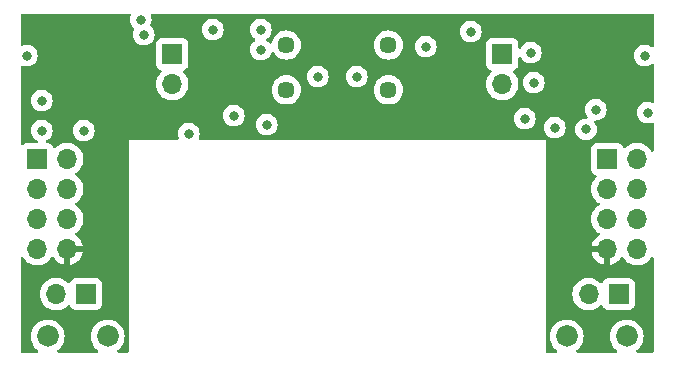
<source format=gbr>
%TF.GenerationSoftware,KiCad,Pcbnew,8.0.4*%
%TF.CreationDate,2024-08-21T15:04:29-06:00*%
%TF.ProjectId,Breadboard Power Supply,42726561-6462-46f6-9172-6420506f7765,v1*%
%TF.SameCoordinates,Original*%
%TF.FileFunction,Copper,L4,Inr*%
%TF.FilePolarity,Positive*%
%FSLAX46Y46*%
G04 Gerber Fmt 4.6, Leading zero omitted, Abs format (unit mm)*
G04 Created by KiCad (PCBNEW 8.0.4) date 2024-08-21 15:04:29*
%MOMM*%
%LPD*%
G01*
G04 APERTURE LIST*
%TA.AperFunction,ComponentPad*%
%ADD10C,1.450000*%
%TD*%
%TA.AperFunction,ComponentPad*%
%ADD11R,1.700000X1.700000*%
%TD*%
%TA.AperFunction,ComponentPad*%
%ADD12O,1.700000X1.700000*%
%TD*%
%TA.AperFunction,ComponentPad*%
%ADD13C,1.830000*%
%TD*%
%TA.AperFunction,ViaPad*%
%ADD14C,0.800000*%
%TD*%
G04 APERTURE END LIST*
D10*
%TO.N,GND*%
%TO.C,J1*%
X132592000Y-77974000D03*
X123952000Y-77974000D03*
X132592000Y-81774000D03*
X123952000Y-81774000D03*
%TD*%
D11*
%TO.N,+1V8*%
%TO.C,J4*%
X151130000Y-87630000D03*
D12*
%TO.N,/TOP_POWER_RAIL*%
X153670000Y-87630000D03*
%TO.N,+3.3V*%
X151130000Y-90170000D03*
%TO.N,/TOP_POWER_RAIL*%
X153670000Y-90170000D03*
%TO.N,VBUS*%
X151130000Y-92710000D03*
%TO.N,/TOP_POWER_RAIL*%
X153670000Y-92710000D03*
%TO.N,+12V*%
X151130000Y-95250000D03*
%TO.N,/TOP_POWER_RAIL*%
X153670000Y-95250000D03*
%TD*%
D11*
%TO.N,/BOTTOM_POWER_RAIL*%
%TO.C,J5*%
X102870000Y-87630000D03*
D12*
%TO.N,+1V8*%
X105410000Y-87630000D03*
%TO.N,/BOTTOM_POWER_RAIL*%
X102870000Y-90170000D03*
%TO.N,+3.3V*%
X105410000Y-90170000D03*
%TO.N,/BOTTOM_POWER_RAIL*%
X102870000Y-92710000D03*
%TO.N,VBUS*%
X105410000Y-92710000D03*
%TO.N,/BOTTOM_POWER_RAIL*%
X102870000Y-95250000D03*
%TO.N,+12V*%
X105410000Y-95250000D03*
%TD*%
D13*
%TO.N,GND*%
%TO.C,TP1*%
X103759000Y-102638000D03*
X108839000Y-102638000D03*
%TD*%
%TO.N,GND*%
%TO.C,TP4*%
X147701000Y-102638000D03*
X152781000Y-102638000D03*
%TD*%
D11*
%TO.N,GND*%
%TO.C,J10*%
X114300000Y-78740000D03*
D12*
X114300000Y-81280000D03*
%TD*%
D11*
%TO.N,/TOP_POWER_RAIL*%
%TO.C,J8*%
X152082500Y-99060000D03*
D12*
%TO.N,GND*%
X149542500Y-99060000D03*
%TD*%
D11*
%TO.N,GND*%
%TO.C,J11*%
X142240000Y-78740000D03*
D12*
X142240000Y-81280000D03*
%TD*%
D11*
%TO.N,/BOTTOM_POWER_RAIL*%
%TO.C,J9*%
X106997500Y-99060000D03*
D12*
%TO.N,GND*%
X104457500Y-99060000D03*
%TD*%
D14*
%TO.N,+1V8*%
X101981000Y-78867000D03*
X103251000Y-82677000D03*
%TO.N,GND*%
X154559000Y-83693000D03*
X139573000Y-76835000D03*
X149328930Y-85113070D03*
X144145000Y-84201000D03*
X119507000Y-83947000D03*
X103251000Y-85217000D03*
X106807000Y-85217000D03*
X117729000Y-76667000D03*
X115697000Y-85471000D03*
%TO.N,+3.3V*%
X154305000Y-78867000D03*
X144653000Y-78613000D03*
X146685000Y-84963000D03*
%TO.N,+1V8*%
X111887000Y-77089000D03*
%TO.N,+12V*%
X115443000Y-83693000D03*
X116459000Y-79121000D03*
X122301000Y-80645000D03*
%TO.N,VBUS*%
X126619000Y-80645000D03*
X121793000Y-76667000D03*
X129921000Y-80645000D03*
X144907000Y-81153000D03*
X111633000Y-75819000D03*
X150155000Y-83439000D03*
X122301000Y-84709000D03*
X135763000Y-78105000D03*
X121793000Y-78359000D03*
%TD*%
%TA.AperFunction,Conductor*%
%TO.N,+12V*%
G36*
X110739174Y-75330685D02*
G01*
X110784929Y-75383489D01*
X110794873Y-75452647D01*
X110790066Y-75473317D01*
X110739458Y-75629072D01*
X110719496Y-75819000D01*
X110739458Y-76008928D01*
X110739459Y-76008931D01*
X110798470Y-76190549D01*
X110798471Y-76190551D01*
X110798473Y-76190556D01*
X110893960Y-76355944D01*
X110929257Y-76395145D01*
X111021741Y-76497861D01*
X111021748Y-76497867D01*
X111042376Y-76512854D01*
X111085042Y-76568184D01*
X111091021Y-76637797D01*
X111076878Y-76675172D01*
X111052473Y-76717442D01*
X110993459Y-76899068D01*
X110993458Y-76899072D01*
X110973496Y-77089000D01*
X110993458Y-77278928D01*
X110993459Y-77278931D01*
X111052470Y-77460549D01*
X111052473Y-77460556D01*
X111147960Y-77625944D01*
X111275747Y-77767866D01*
X111430248Y-77880118D01*
X111604712Y-77957794D01*
X111791513Y-77997500D01*
X111982487Y-77997500D01*
X112169288Y-77957794D01*
X112343752Y-77880118D01*
X112498253Y-77767866D01*
X112626040Y-77625944D01*
X112721527Y-77460556D01*
X112780542Y-77278928D01*
X112800504Y-77089000D01*
X112780542Y-76899072D01*
X112721527Y-76717444D01*
X112692403Y-76667000D01*
X116815496Y-76667000D01*
X116835458Y-76856928D01*
X116835459Y-76856931D01*
X116894470Y-77038549D01*
X116894473Y-77038556D01*
X116989960Y-77203944D01*
X117117747Y-77345866D01*
X117272248Y-77458118D01*
X117446712Y-77535794D01*
X117633513Y-77575500D01*
X117824487Y-77575500D01*
X118011288Y-77535794D01*
X118185752Y-77458118D01*
X118340253Y-77345866D01*
X118468040Y-77203944D01*
X118563527Y-77038556D01*
X118622542Y-76856928D01*
X118642504Y-76667000D01*
X120879496Y-76667000D01*
X120899458Y-76856928D01*
X120899459Y-76856931D01*
X120958470Y-77038549D01*
X120958473Y-77038556D01*
X121053960Y-77203944D01*
X121181747Y-77345866D01*
X121273711Y-77412682D01*
X121316376Y-77468012D01*
X121322355Y-77537626D01*
X121289749Y-77599421D01*
X121273711Y-77613318D01*
X121181745Y-77680135D01*
X121053959Y-77822057D01*
X120958473Y-77987443D01*
X120958470Y-77987450D01*
X120899459Y-78169068D01*
X120899458Y-78169072D01*
X120879496Y-78359000D01*
X120899458Y-78548928D01*
X120899459Y-78548931D01*
X120958470Y-78730549D01*
X120958473Y-78730556D01*
X121053960Y-78895944D01*
X121181747Y-79037866D01*
X121336248Y-79150118D01*
X121510712Y-79227794D01*
X121697513Y-79267500D01*
X121888487Y-79267500D01*
X122075288Y-79227794D01*
X122249752Y-79150118D01*
X122404253Y-79037866D01*
X122532040Y-78895944D01*
X122627527Y-78730556D01*
X122661098Y-78627234D01*
X122700535Y-78569560D01*
X122764894Y-78542361D01*
X122833740Y-78554275D01*
X122880602Y-78594427D01*
X123003475Y-78769907D01*
X123156093Y-78922525D01*
X123332894Y-79046323D01*
X123528507Y-79137539D01*
X123528513Y-79137540D01*
X123528514Y-79137541D01*
X123578690Y-79150985D01*
X123736987Y-79193401D01*
X123890567Y-79206837D01*
X123951998Y-79212212D01*
X123952000Y-79212212D01*
X123952002Y-79212212D01*
X124005753Y-79207509D01*
X124167013Y-79193401D01*
X124375493Y-79137539D01*
X124571106Y-79046323D01*
X124747907Y-78922525D01*
X124900525Y-78769907D01*
X125024323Y-78593106D01*
X125115539Y-78397493D01*
X125171401Y-78189013D01*
X125190212Y-77974000D01*
X125190212Y-77973998D01*
X131353788Y-77973998D01*
X131353788Y-77974001D01*
X131372598Y-78189007D01*
X131372600Y-78189018D01*
X131428458Y-78397485D01*
X131428460Y-78397489D01*
X131428461Y-78397493D01*
X131465329Y-78476556D01*
X131519676Y-78593105D01*
X131553874Y-78641944D01*
X131643475Y-78769907D01*
X131796093Y-78922525D01*
X131972894Y-79046323D01*
X132168507Y-79137539D01*
X132168513Y-79137540D01*
X132168514Y-79137541D01*
X132218690Y-79150985D01*
X132376987Y-79193401D01*
X132530567Y-79206837D01*
X132591998Y-79212212D01*
X132592000Y-79212212D01*
X132592002Y-79212212D01*
X132645753Y-79207509D01*
X132807013Y-79193401D01*
X133015493Y-79137539D01*
X133211106Y-79046323D01*
X133387907Y-78922525D01*
X133540525Y-78769907D01*
X133664323Y-78593106D01*
X133755539Y-78397493D01*
X133811401Y-78189013D01*
X133818751Y-78105000D01*
X134849496Y-78105000D01*
X134869458Y-78294928D01*
X134869459Y-78294931D01*
X134928470Y-78476549D01*
X134928473Y-78476556D01*
X135023960Y-78641944D01*
X135151747Y-78783866D01*
X135306248Y-78896118D01*
X135480712Y-78973794D01*
X135667513Y-79013500D01*
X135858487Y-79013500D01*
X136045288Y-78973794D01*
X136219752Y-78896118D01*
X136374253Y-78783866D01*
X136502040Y-78641944D01*
X136597527Y-78476556D01*
X136656542Y-78294928D01*
X136676504Y-78105000D01*
X136656542Y-77915072D01*
X136597527Y-77733444D01*
X136502040Y-77568056D01*
X136374253Y-77426134D01*
X136219752Y-77313882D01*
X136045288Y-77236206D01*
X136045286Y-77236205D01*
X135858487Y-77196500D01*
X135667513Y-77196500D01*
X135480714Y-77236205D01*
X135306246Y-77313883D01*
X135151745Y-77426135D01*
X135023959Y-77568057D01*
X134928473Y-77733443D01*
X134928470Y-77733450D01*
X134890977Y-77848843D01*
X134869458Y-77915072D01*
X134849496Y-78105000D01*
X133818751Y-78105000D01*
X133830212Y-77974000D01*
X133811401Y-77758987D01*
X133755539Y-77550507D01*
X133664323Y-77354894D01*
X133540525Y-77178093D01*
X133387907Y-77025475D01*
X133211106Y-76901677D01*
X133211107Y-76901677D01*
X133211105Y-76901676D01*
X133113299Y-76856069D01*
X133068117Y-76835000D01*
X138659496Y-76835000D01*
X138679458Y-77024928D01*
X138679459Y-77024931D01*
X138738470Y-77206549D01*
X138738473Y-77206556D01*
X138833960Y-77371944D01*
X138961747Y-77513866D01*
X139116248Y-77626118D01*
X139290712Y-77703794D01*
X139477513Y-77743500D01*
X139668487Y-77743500D01*
X139855288Y-77703794D01*
X140029752Y-77626118D01*
X140184253Y-77513866D01*
X140312040Y-77371944D01*
X140407527Y-77206556D01*
X140466542Y-77024928D01*
X140486504Y-76835000D01*
X140466542Y-76645072D01*
X140407527Y-76463444D01*
X140312040Y-76298056D01*
X140184253Y-76156134D01*
X140029752Y-76043882D01*
X139855288Y-75966206D01*
X139855286Y-75966205D01*
X139668487Y-75926500D01*
X139477513Y-75926500D01*
X139290714Y-75966205D01*
X139116246Y-76043883D01*
X138961745Y-76156135D01*
X138833959Y-76298057D01*
X138738473Y-76463443D01*
X138738470Y-76463450D01*
X138679459Y-76645068D01*
X138679458Y-76645072D01*
X138659496Y-76835000D01*
X133068117Y-76835000D01*
X133015493Y-76810461D01*
X133015489Y-76810460D01*
X133015485Y-76810458D01*
X132807018Y-76754600D01*
X132807014Y-76754599D01*
X132807013Y-76754599D01*
X132807012Y-76754598D01*
X132807007Y-76754598D01*
X132592002Y-76735788D01*
X132591998Y-76735788D01*
X132376992Y-76754598D01*
X132376981Y-76754600D01*
X132168514Y-76810458D01*
X132168505Y-76810462D01*
X131972894Y-76901676D01*
X131796092Y-77025475D01*
X131643475Y-77178092D01*
X131519676Y-77354894D01*
X131428462Y-77550505D01*
X131428458Y-77550514D01*
X131372600Y-77758981D01*
X131372598Y-77758992D01*
X131353788Y-77973998D01*
X125190212Y-77973998D01*
X125171401Y-77758987D01*
X125115539Y-77550507D01*
X125024323Y-77354894D01*
X124900525Y-77178093D01*
X124747907Y-77025475D01*
X124571106Y-76901677D01*
X124571107Y-76901677D01*
X124571105Y-76901676D01*
X124473299Y-76856069D01*
X124375493Y-76810461D01*
X124375489Y-76810460D01*
X124375485Y-76810458D01*
X124167018Y-76754600D01*
X124167014Y-76754599D01*
X124167013Y-76754599D01*
X124167012Y-76754598D01*
X124167007Y-76754598D01*
X123952002Y-76735788D01*
X123951998Y-76735788D01*
X123736992Y-76754598D01*
X123736981Y-76754600D01*
X123528514Y-76810458D01*
X123528505Y-76810462D01*
X123332894Y-76901676D01*
X123156092Y-77025475D01*
X123003475Y-77178092D01*
X122879676Y-77354894D01*
X122788462Y-77550505D01*
X122788459Y-77550511D01*
X122732688Y-77758654D01*
X122696323Y-77818314D01*
X122633476Y-77848843D01*
X122564100Y-77840548D01*
X122520763Y-77809532D01*
X122474952Y-77758654D01*
X122404253Y-77680134D01*
X122404251Y-77680132D01*
X122312289Y-77613318D01*
X122269623Y-77557988D01*
X122263644Y-77488375D01*
X122296250Y-77426580D01*
X122312289Y-77412682D01*
X122404253Y-77345866D01*
X122532040Y-77203944D01*
X122627527Y-77038556D01*
X122686542Y-76856928D01*
X122706504Y-76667000D01*
X122686542Y-76477072D01*
X122627527Y-76295444D01*
X122532040Y-76130056D01*
X122404253Y-75988134D01*
X122249752Y-75875882D01*
X122075288Y-75798206D01*
X122075286Y-75798205D01*
X121888487Y-75758500D01*
X121697513Y-75758500D01*
X121510714Y-75798205D01*
X121336246Y-75875883D01*
X121181745Y-75988135D01*
X121053959Y-76130057D01*
X120958473Y-76295443D01*
X120958470Y-76295450D01*
X120921206Y-76410138D01*
X120899458Y-76477072D01*
X120879496Y-76667000D01*
X118642504Y-76667000D01*
X118622542Y-76477072D01*
X118563527Y-76295444D01*
X118468040Y-76130056D01*
X118340253Y-75988134D01*
X118185752Y-75875882D01*
X118011288Y-75798206D01*
X118011286Y-75798205D01*
X117824487Y-75758500D01*
X117633513Y-75758500D01*
X117446714Y-75798205D01*
X117272246Y-75875883D01*
X117117745Y-75988135D01*
X116989959Y-76130057D01*
X116894473Y-76295443D01*
X116894470Y-76295450D01*
X116857206Y-76410138D01*
X116835458Y-76477072D01*
X116815496Y-76667000D01*
X112692403Y-76667000D01*
X112626040Y-76552056D01*
X112546259Y-76463450D01*
X112498258Y-76410138D01*
X112498255Y-76410136D01*
X112498254Y-76410135D01*
X112498253Y-76410134D01*
X112477621Y-76395144D01*
X112434957Y-76339814D01*
X112428978Y-76270201D01*
X112443118Y-76232832D01*
X112467527Y-76190556D01*
X112526542Y-76008928D01*
X112546504Y-75819000D01*
X112526542Y-75629072D01*
X112475933Y-75473317D01*
X112473939Y-75403477D01*
X112510019Y-75343644D01*
X112572720Y-75312816D01*
X112593865Y-75311000D01*
X154943000Y-75311000D01*
X155010039Y-75330685D01*
X155055794Y-75383489D01*
X155067000Y-75435000D01*
X155067000Y-78054294D01*
X155047315Y-78121333D01*
X154994511Y-78167088D01*
X154925353Y-78177032D01*
X154870114Y-78154612D01*
X154761752Y-78075882D01*
X154587288Y-77998206D01*
X154587286Y-77998205D01*
X154400487Y-77958500D01*
X154209513Y-77958500D01*
X154022714Y-77998205D01*
X153848246Y-78075883D01*
X153693745Y-78188135D01*
X153565959Y-78330057D01*
X153470473Y-78495443D01*
X153470470Y-78495450D01*
X153411459Y-78677068D01*
X153411458Y-78677072D01*
X153391496Y-78867000D01*
X153411458Y-79056928D01*
X153411459Y-79056931D01*
X153470470Y-79238549D01*
X153470473Y-79238556D01*
X153565960Y-79403944D01*
X153693747Y-79545866D01*
X153848248Y-79658118D01*
X154022712Y-79735794D01*
X154209513Y-79775500D01*
X154400487Y-79775500D01*
X154587288Y-79735794D01*
X154761752Y-79658118D01*
X154870116Y-79579385D01*
X154935920Y-79555907D01*
X155003974Y-79571732D01*
X155052669Y-79621837D01*
X155067000Y-79679705D01*
X155067000Y-82733756D01*
X155047315Y-82800795D01*
X154994511Y-82846550D01*
X154925353Y-82856494D01*
X154892565Y-82847036D01*
X154841288Y-82824206D01*
X154841286Y-82824205D01*
X154654487Y-82784500D01*
X154463513Y-82784500D01*
X154276714Y-82824205D01*
X154102246Y-82901883D01*
X153947745Y-83014135D01*
X153819959Y-83156057D01*
X153724473Y-83321443D01*
X153724470Y-83321450D01*
X153686276Y-83439000D01*
X153665458Y-83503072D01*
X153645496Y-83693000D01*
X153665458Y-83882928D01*
X153665459Y-83882931D01*
X153724470Y-84064549D01*
X153724473Y-84064556D01*
X153819960Y-84229944D01*
X153947747Y-84371866D01*
X154102248Y-84484118D01*
X154276712Y-84561794D01*
X154463513Y-84601500D01*
X154654487Y-84601500D01*
X154841288Y-84561794D01*
X154892565Y-84538963D01*
X154961813Y-84529679D01*
X155025090Y-84559307D01*
X155062304Y-84618441D01*
X155067000Y-84652243D01*
X155067000Y-86867976D01*
X155047315Y-86935015D01*
X154994511Y-86980770D01*
X154925353Y-86990714D01*
X154861797Y-86961689D01*
X154839192Y-86935798D01*
X154745723Y-86792734D01*
X154745715Y-86792723D01*
X154593243Y-86627097D01*
X154593238Y-86627092D01*
X154415577Y-86488812D01*
X154415572Y-86488808D01*
X154217580Y-86381661D01*
X154217577Y-86381659D01*
X154217574Y-86381658D01*
X154217571Y-86381657D01*
X154217569Y-86381656D01*
X154004637Y-86308556D01*
X153782569Y-86271500D01*
X153557431Y-86271500D01*
X153335362Y-86308556D01*
X153122430Y-86381656D01*
X153122419Y-86381661D01*
X152924427Y-86488808D01*
X152924422Y-86488812D01*
X152746761Y-86627092D01*
X152683548Y-86695760D01*
X152623661Y-86731750D01*
X152553823Y-86729649D01*
X152496207Y-86690124D01*
X152476138Y-86655110D01*
X152430889Y-86533796D01*
X152397214Y-86488812D01*
X152343261Y-86416739D01*
X152226204Y-86329111D01*
X152089203Y-86278011D01*
X152028654Y-86271500D01*
X152028638Y-86271500D01*
X150231362Y-86271500D01*
X150231345Y-86271500D01*
X150170797Y-86278011D01*
X150170795Y-86278011D01*
X150033795Y-86329111D01*
X149916739Y-86416739D01*
X149829111Y-86533795D01*
X149778011Y-86670795D01*
X149778011Y-86670797D01*
X149771500Y-86731345D01*
X149771500Y-88528654D01*
X149778011Y-88589202D01*
X149778011Y-88589204D01*
X149829111Y-88726204D01*
X149916739Y-88843261D01*
X150033796Y-88930889D01*
X150085737Y-88950262D01*
X150151595Y-88974827D01*
X150207528Y-89016699D01*
X150231944Y-89082163D01*
X150217092Y-89150436D01*
X150199490Y-89174991D01*
X150054279Y-89332730D01*
X150054276Y-89332734D01*
X149931140Y-89521207D01*
X149840703Y-89727385D01*
X149785436Y-89945628D01*
X149785434Y-89945640D01*
X149766844Y-90169994D01*
X149766844Y-90170005D01*
X149785434Y-90394359D01*
X149785436Y-90394371D01*
X149840703Y-90612614D01*
X149931140Y-90818792D01*
X150054276Y-91007265D01*
X150054284Y-91007276D01*
X150206756Y-91172902D01*
X150206760Y-91172906D01*
X150384424Y-91311189D01*
X150384429Y-91311191D01*
X150384431Y-91311193D01*
X150420930Y-91330946D01*
X150470520Y-91380165D01*
X150485628Y-91448382D01*
X150461457Y-91513937D01*
X150420930Y-91549054D01*
X150384431Y-91568806D01*
X150384422Y-91568812D01*
X150206761Y-91707092D01*
X150206756Y-91707097D01*
X150054284Y-91872723D01*
X150054276Y-91872734D01*
X149931140Y-92061207D01*
X149840703Y-92267385D01*
X149785436Y-92485628D01*
X149785434Y-92485640D01*
X149766844Y-92709994D01*
X149766844Y-92710005D01*
X149785434Y-92934359D01*
X149785436Y-92934371D01*
X149840703Y-93152614D01*
X149931140Y-93358792D01*
X150054276Y-93547265D01*
X150054284Y-93547276D01*
X150206756Y-93712902D01*
X150206760Y-93712906D01*
X150384424Y-93851189D01*
X150420930Y-93870945D01*
X150427695Y-93874606D01*
X150477286Y-93923825D01*
X150492394Y-93992042D01*
X150468224Y-94057597D01*
X150439802Y-94085236D01*
X150258922Y-94211890D01*
X150258920Y-94211891D01*
X150091891Y-94378920D01*
X150091886Y-94378926D01*
X149956400Y-94572420D01*
X149956399Y-94572422D01*
X149856570Y-94786507D01*
X149856567Y-94786513D01*
X149799364Y-94999999D01*
X149799364Y-95000000D01*
X150696988Y-95000000D01*
X150664075Y-95057007D01*
X150630000Y-95184174D01*
X150630000Y-95315826D01*
X150664075Y-95442993D01*
X150696988Y-95500000D01*
X149799364Y-95500000D01*
X149856567Y-95713486D01*
X149856570Y-95713492D01*
X149956399Y-95927578D01*
X150091894Y-96121082D01*
X150258917Y-96288105D01*
X150452421Y-96423600D01*
X150666507Y-96523429D01*
X150666516Y-96523433D01*
X150880000Y-96580634D01*
X150880000Y-95683012D01*
X150937007Y-95715925D01*
X151064174Y-95750000D01*
X151195826Y-95750000D01*
X151322993Y-95715925D01*
X151380000Y-95683012D01*
X151380000Y-96580633D01*
X151593483Y-96523433D01*
X151593492Y-96523429D01*
X151807578Y-96423600D01*
X152001082Y-96288105D01*
X152168105Y-96121082D01*
X152294868Y-95940048D01*
X152349445Y-95896423D01*
X152418944Y-95889231D01*
X152481298Y-95920753D01*
X152500251Y-95943350D01*
X152594276Y-96087265D01*
X152594284Y-96087276D01*
X152746756Y-96252902D01*
X152746760Y-96252906D01*
X152924424Y-96391189D01*
X152924425Y-96391189D01*
X152924427Y-96391191D01*
X152984314Y-96423600D01*
X153122426Y-96498342D01*
X153335365Y-96571444D01*
X153557431Y-96608500D01*
X153782569Y-96608500D01*
X154004635Y-96571444D01*
X154217574Y-96498342D01*
X154415576Y-96391189D01*
X154593240Y-96252906D01*
X154714594Y-96121082D01*
X154745715Y-96087276D01*
X154745715Y-96087275D01*
X154745722Y-96087268D01*
X154839193Y-95944198D01*
X154892338Y-95898845D01*
X154961569Y-95889421D01*
X155024905Y-95918923D01*
X155062236Y-95977983D01*
X155067000Y-96012023D01*
X155067000Y-103889000D01*
X155047315Y-103956039D01*
X154994511Y-104001794D01*
X154943000Y-104013000D01*
X153693201Y-104013000D01*
X153626162Y-103993315D01*
X153580407Y-103940511D01*
X153570463Y-103871353D01*
X153599488Y-103807797D01*
X153617039Y-103791147D01*
X153656632Y-103760329D01*
X153748415Y-103688893D01*
X153908192Y-103515329D01*
X154037222Y-103317833D01*
X154131985Y-103101794D01*
X154189898Y-102873103D01*
X154209379Y-102638000D01*
X154189898Y-102402897D01*
X154131985Y-102174206D01*
X154037222Y-101958167D01*
X153908194Y-101760673D01*
X153880620Y-101730719D01*
X153748415Y-101587107D01*
X153748410Y-101587103D01*
X153748407Y-101587100D01*
X153562257Y-101442214D01*
X153562246Y-101442207D01*
X153354779Y-101329932D01*
X153354776Y-101329931D01*
X153354773Y-101329929D01*
X153354767Y-101329927D01*
X153354765Y-101329926D01*
X153131648Y-101253329D01*
X152898955Y-101214500D01*
X152663045Y-101214500D01*
X152430351Y-101253329D01*
X152207234Y-101329926D01*
X152207220Y-101329932D01*
X151999753Y-101442207D01*
X151999742Y-101442214D01*
X151813592Y-101587100D01*
X151813582Y-101587110D01*
X151653805Y-101760673D01*
X151524777Y-101958167D01*
X151430015Y-102174206D01*
X151372102Y-102402896D01*
X151372100Y-102402904D01*
X151352621Y-102637994D01*
X151352621Y-102638005D01*
X151372100Y-102873095D01*
X151372102Y-102873103D01*
X151430015Y-103101793D01*
X151524777Y-103317832D01*
X151653805Y-103515326D01*
X151653808Y-103515329D01*
X151813585Y-103688893D01*
X151873840Y-103735791D01*
X151944961Y-103791147D01*
X151985774Y-103847857D01*
X151989449Y-103917630D01*
X151954817Y-103978313D01*
X151892876Y-104010640D01*
X151868799Y-104013000D01*
X148613201Y-104013000D01*
X148546162Y-103993315D01*
X148500407Y-103940511D01*
X148490463Y-103871353D01*
X148519488Y-103807797D01*
X148537039Y-103791147D01*
X148576632Y-103760329D01*
X148668415Y-103688893D01*
X148828192Y-103515329D01*
X148957222Y-103317833D01*
X149051985Y-103101794D01*
X149109898Y-102873103D01*
X149129379Y-102638000D01*
X149109898Y-102402897D01*
X149051985Y-102174206D01*
X148957222Y-101958167D01*
X148828194Y-101760673D01*
X148800620Y-101730719D01*
X148668415Y-101587107D01*
X148668410Y-101587103D01*
X148668407Y-101587100D01*
X148482257Y-101442214D01*
X148482246Y-101442207D01*
X148274779Y-101329932D01*
X148274776Y-101329931D01*
X148274773Y-101329929D01*
X148274767Y-101329927D01*
X148274765Y-101329926D01*
X148051648Y-101253329D01*
X147818955Y-101214500D01*
X147583045Y-101214500D01*
X147350351Y-101253329D01*
X147127234Y-101329926D01*
X147127220Y-101329932D01*
X146919753Y-101442207D01*
X146919742Y-101442214D01*
X146733592Y-101587100D01*
X146733582Y-101587110D01*
X146573805Y-101760673D01*
X146444777Y-101958167D01*
X146350015Y-102174206D01*
X146292102Y-102402896D01*
X146292100Y-102402904D01*
X146272621Y-102637994D01*
X146272621Y-102638005D01*
X146292100Y-102873095D01*
X146292102Y-102873103D01*
X146350015Y-103101793D01*
X146444777Y-103317832D01*
X146573805Y-103515326D01*
X146573808Y-103515329D01*
X146733585Y-103688893D01*
X146793840Y-103735791D01*
X146864961Y-103791147D01*
X146905774Y-103847857D01*
X146909449Y-103917630D01*
X146874817Y-103978313D01*
X146812876Y-104010640D01*
X146788799Y-104013000D01*
X146047000Y-104013000D01*
X145979961Y-103993315D01*
X145934206Y-103940511D01*
X145923000Y-103889000D01*
X145923000Y-99059994D01*
X148179344Y-99059994D01*
X148179344Y-99060005D01*
X148197934Y-99284359D01*
X148197936Y-99284371D01*
X148253203Y-99502614D01*
X148343640Y-99708792D01*
X148466776Y-99897265D01*
X148466784Y-99897276D01*
X148593467Y-100034888D01*
X148619260Y-100062906D01*
X148796924Y-100201189D01*
X148796925Y-100201189D01*
X148796927Y-100201191D01*
X148923635Y-100269761D01*
X148994926Y-100308342D01*
X149207865Y-100381444D01*
X149429931Y-100418500D01*
X149655069Y-100418500D01*
X149877135Y-100381444D01*
X150090074Y-100308342D01*
X150288076Y-100201189D01*
X150465740Y-100062906D01*
X150528952Y-99994239D01*
X150588837Y-99958250D01*
X150658675Y-99960349D01*
X150716291Y-99999873D01*
X150736361Y-100034888D01*
X150781611Y-100156204D01*
X150869239Y-100273261D01*
X150986296Y-100360889D01*
X151123299Y-100411989D01*
X151150550Y-100414918D01*
X151183845Y-100418499D01*
X151183862Y-100418500D01*
X152981138Y-100418500D01*
X152981154Y-100418499D01*
X153008192Y-100415591D01*
X153041701Y-100411989D01*
X153178704Y-100360889D01*
X153295761Y-100273261D01*
X153383389Y-100156204D01*
X153434489Y-100019201D01*
X153438091Y-99985692D01*
X153440999Y-99958654D01*
X153441000Y-99958637D01*
X153441000Y-98161362D01*
X153440999Y-98161345D01*
X153437172Y-98125759D01*
X153434489Y-98100799D01*
X153383389Y-97963796D01*
X153295761Y-97846739D01*
X153178704Y-97759111D01*
X153041703Y-97708011D01*
X152981154Y-97701500D01*
X152981138Y-97701500D01*
X151183862Y-97701500D01*
X151183845Y-97701500D01*
X151123297Y-97708011D01*
X151123295Y-97708011D01*
X150986295Y-97759111D01*
X150869239Y-97846739D01*
X150781611Y-97963795D01*
X150736361Y-98085111D01*
X150694489Y-98141044D01*
X150629024Y-98165460D01*
X150560752Y-98150607D01*
X150528954Y-98125762D01*
X150465740Y-98057094D01*
X150288076Y-97918811D01*
X150288075Y-97918810D01*
X150288072Y-97918808D01*
X150090080Y-97811661D01*
X150090077Y-97811659D01*
X150090074Y-97811658D01*
X150090071Y-97811657D01*
X150090069Y-97811656D01*
X149877137Y-97738556D01*
X149655069Y-97701500D01*
X149429931Y-97701500D01*
X149207862Y-97738556D01*
X148994930Y-97811656D01*
X148994919Y-97811661D01*
X148796927Y-97918808D01*
X148796922Y-97918812D01*
X148619261Y-98057092D01*
X148619256Y-98057097D01*
X148466784Y-98222723D01*
X148466776Y-98222734D01*
X148343640Y-98411207D01*
X148253203Y-98617385D01*
X148197936Y-98835628D01*
X148197934Y-98835640D01*
X148179344Y-99059994D01*
X145923000Y-99059994D01*
X145923000Y-85979000D01*
X116657865Y-85979000D01*
X116590826Y-85959315D01*
X116545071Y-85906511D01*
X116535127Y-85837353D01*
X116539934Y-85816682D01*
X116590542Y-85660928D01*
X116610504Y-85471000D01*
X116590542Y-85281072D01*
X116531527Y-85099444D01*
X116436040Y-84934056D01*
X116308253Y-84792134D01*
X116153752Y-84679882D01*
X115979288Y-84602206D01*
X115979286Y-84602205D01*
X115792487Y-84562500D01*
X115601513Y-84562500D01*
X115414714Y-84602205D01*
X115240246Y-84679883D01*
X115085745Y-84792135D01*
X114957959Y-84934057D01*
X114862473Y-85099443D01*
X114862470Y-85099450D01*
X114803459Y-85281068D01*
X114803458Y-85281072D01*
X114783496Y-85471000D01*
X114803458Y-85660928D01*
X114803459Y-85660931D01*
X114854066Y-85816682D01*
X114856061Y-85886523D01*
X114819981Y-85946356D01*
X114757280Y-85977184D01*
X114736135Y-85979000D01*
X110617000Y-85979000D01*
X110617000Y-103889000D01*
X110597315Y-103956039D01*
X110544511Y-104001794D01*
X110493000Y-104013000D01*
X109751201Y-104013000D01*
X109684162Y-103993315D01*
X109638407Y-103940511D01*
X109628463Y-103871353D01*
X109657488Y-103807797D01*
X109675039Y-103791147D01*
X109714632Y-103760329D01*
X109806415Y-103688893D01*
X109966192Y-103515329D01*
X110095222Y-103317833D01*
X110189985Y-103101794D01*
X110247898Y-102873103D01*
X110267379Y-102638000D01*
X110247898Y-102402897D01*
X110189985Y-102174206D01*
X110095222Y-101958167D01*
X109966194Y-101760673D01*
X109938620Y-101730719D01*
X109806415Y-101587107D01*
X109806410Y-101587103D01*
X109806407Y-101587100D01*
X109620257Y-101442214D01*
X109620246Y-101442207D01*
X109412779Y-101329932D01*
X109412776Y-101329931D01*
X109412773Y-101329929D01*
X109412767Y-101329927D01*
X109412765Y-101329926D01*
X109189648Y-101253329D01*
X108956955Y-101214500D01*
X108721045Y-101214500D01*
X108488351Y-101253329D01*
X108265234Y-101329926D01*
X108265220Y-101329932D01*
X108057753Y-101442207D01*
X108057742Y-101442214D01*
X107871592Y-101587100D01*
X107871582Y-101587110D01*
X107711805Y-101760673D01*
X107582777Y-101958167D01*
X107488015Y-102174206D01*
X107430102Y-102402896D01*
X107430100Y-102402904D01*
X107410621Y-102637994D01*
X107410621Y-102638005D01*
X107430100Y-102873095D01*
X107430102Y-102873103D01*
X107488015Y-103101793D01*
X107582777Y-103317832D01*
X107711805Y-103515326D01*
X107711808Y-103515329D01*
X107871585Y-103688893D01*
X107931840Y-103735791D01*
X108002961Y-103791147D01*
X108043774Y-103847857D01*
X108047449Y-103917630D01*
X108012817Y-103978313D01*
X107950876Y-104010640D01*
X107926799Y-104013000D01*
X104671201Y-104013000D01*
X104604162Y-103993315D01*
X104558407Y-103940511D01*
X104548463Y-103871353D01*
X104577488Y-103807797D01*
X104595039Y-103791147D01*
X104634632Y-103760329D01*
X104726415Y-103688893D01*
X104886192Y-103515329D01*
X105015222Y-103317833D01*
X105109985Y-103101794D01*
X105167898Y-102873103D01*
X105187379Y-102638000D01*
X105167898Y-102402897D01*
X105109985Y-102174206D01*
X105015222Y-101958167D01*
X104886194Y-101760673D01*
X104858620Y-101730719D01*
X104726415Y-101587107D01*
X104726410Y-101587103D01*
X104726407Y-101587100D01*
X104540257Y-101442214D01*
X104540246Y-101442207D01*
X104332779Y-101329932D01*
X104332776Y-101329931D01*
X104332773Y-101329929D01*
X104332767Y-101329927D01*
X104332765Y-101329926D01*
X104109648Y-101253329D01*
X103876955Y-101214500D01*
X103641045Y-101214500D01*
X103408351Y-101253329D01*
X103185234Y-101329926D01*
X103185220Y-101329932D01*
X102977753Y-101442207D01*
X102977742Y-101442214D01*
X102791592Y-101587100D01*
X102791582Y-101587110D01*
X102631805Y-101760673D01*
X102502777Y-101958167D01*
X102408015Y-102174206D01*
X102350102Y-102402896D01*
X102350100Y-102402904D01*
X102330621Y-102637994D01*
X102330621Y-102638005D01*
X102350100Y-102873095D01*
X102350102Y-102873103D01*
X102408015Y-103101793D01*
X102502777Y-103317832D01*
X102631805Y-103515326D01*
X102631808Y-103515329D01*
X102791585Y-103688893D01*
X102851840Y-103735791D01*
X102922961Y-103791147D01*
X102963774Y-103847857D01*
X102967449Y-103917630D01*
X102932817Y-103978313D01*
X102870876Y-104010640D01*
X102846799Y-104013000D01*
X101597000Y-104013000D01*
X101529961Y-103993315D01*
X101484206Y-103940511D01*
X101473000Y-103889000D01*
X101473000Y-99059994D01*
X103094344Y-99059994D01*
X103094344Y-99060005D01*
X103112934Y-99284359D01*
X103112936Y-99284371D01*
X103168203Y-99502614D01*
X103258640Y-99708792D01*
X103381776Y-99897265D01*
X103381784Y-99897276D01*
X103508467Y-100034888D01*
X103534260Y-100062906D01*
X103711924Y-100201189D01*
X103711925Y-100201189D01*
X103711927Y-100201191D01*
X103838635Y-100269761D01*
X103909926Y-100308342D01*
X104122865Y-100381444D01*
X104344931Y-100418500D01*
X104570069Y-100418500D01*
X104792135Y-100381444D01*
X105005074Y-100308342D01*
X105203076Y-100201189D01*
X105380740Y-100062906D01*
X105443952Y-99994239D01*
X105503837Y-99958250D01*
X105573675Y-99960349D01*
X105631291Y-99999873D01*
X105651361Y-100034888D01*
X105696611Y-100156204D01*
X105784239Y-100273261D01*
X105901296Y-100360889D01*
X106038299Y-100411989D01*
X106065550Y-100414918D01*
X106098845Y-100418499D01*
X106098862Y-100418500D01*
X107896138Y-100418500D01*
X107896154Y-100418499D01*
X107923192Y-100415591D01*
X107956701Y-100411989D01*
X108093704Y-100360889D01*
X108210761Y-100273261D01*
X108298389Y-100156204D01*
X108349489Y-100019201D01*
X108353091Y-99985692D01*
X108355999Y-99958654D01*
X108356000Y-99958637D01*
X108356000Y-98161362D01*
X108355999Y-98161345D01*
X108352172Y-98125759D01*
X108349489Y-98100799D01*
X108298389Y-97963796D01*
X108210761Y-97846739D01*
X108093704Y-97759111D01*
X107956703Y-97708011D01*
X107896154Y-97701500D01*
X107896138Y-97701500D01*
X106098862Y-97701500D01*
X106098845Y-97701500D01*
X106038297Y-97708011D01*
X106038295Y-97708011D01*
X105901295Y-97759111D01*
X105784239Y-97846739D01*
X105696611Y-97963795D01*
X105651361Y-98085111D01*
X105609489Y-98141044D01*
X105544024Y-98165460D01*
X105475752Y-98150607D01*
X105443954Y-98125762D01*
X105380740Y-98057094D01*
X105203076Y-97918811D01*
X105203075Y-97918810D01*
X105203072Y-97918808D01*
X105005080Y-97811661D01*
X105005077Y-97811659D01*
X105005074Y-97811658D01*
X105005071Y-97811657D01*
X105005069Y-97811656D01*
X104792137Y-97738556D01*
X104570069Y-97701500D01*
X104344931Y-97701500D01*
X104122862Y-97738556D01*
X103909930Y-97811656D01*
X103909919Y-97811661D01*
X103711927Y-97918808D01*
X103711922Y-97918812D01*
X103534261Y-98057092D01*
X103534256Y-98057097D01*
X103381784Y-98222723D01*
X103381776Y-98222734D01*
X103258640Y-98411207D01*
X103168203Y-98617385D01*
X103112936Y-98835628D01*
X103112934Y-98835640D01*
X103094344Y-99059994D01*
X101473000Y-99059994D01*
X101473000Y-96012023D01*
X101492685Y-95944984D01*
X101545489Y-95899229D01*
X101614647Y-95889285D01*
X101678203Y-95918310D01*
X101700804Y-95944195D01*
X101794278Y-96087268D01*
X101794283Y-96087273D01*
X101794284Y-96087276D01*
X101946756Y-96252902D01*
X101946760Y-96252906D01*
X102124424Y-96391189D01*
X102124425Y-96391189D01*
X102124427Y-96391191D01*
X102184314Y-96423600D01*
X102322426Y-96498342D01*
X102535365Y-96571444D01*
X102757431Y-96608500D01*
X102982569Y-96608500D01*
X103204635Y-96571444D01*
X103417574Y-96498342D01*
X103615576Y-96391189D01*
X103793240Y-96252906D01*
X103914594Y-96121082D01*
X103945715Y-96087276D01*
X103945715Y-96087275D01*
X103945722Y-96087268D01*
X104039749Y-95943347D01*
X104092894Y-95897994D01*
X104162125Y-95888570D01*
X104225461Y-95918072D01*
X104245130Y-95940048D01*
X104371890Y-96121078D01*
X104538917Y-96288105D01*
X104732421Y-96423600D01*
X104946507Y-96523429D01*
X104946516Y-96523433D01*
X105160000Y-96580634D01*
X105160000Y-95683012D01*
X105217007Y-95715925D01*
X105344174Y-95750000D01*
X105475826Y-95750000D01*
X105602993Y-95715925D01*
X105660000Y-95683012D01*
X105660000Y-96580633D01*
X105873483Y-96523433D01*
X105873492Y-96523429D01*
X106087578Y-96423600D01*
X106281082Y-96288105D01*
X106448105Y-96121082D01*
X106583600Y-95927578D01*
X106683429Y-95713492D01*
X106683432Y-95713486D01*
X106740636Y-95500000D01*
X105843012Y-95500000D01*
X105875925Y-95442993D01*
X105910000Y-95315826D01*
X105910000Y-95184174D01*
X105875925Y-95057007D01*
X105843012Y-95000000D01*
X106740636Y-95000000D01*
X106740635Y-94999999D01*
X106683432Y-94786513D01*
X106683429Y-94786507D01*
X106583600Y-94572422D01*
X106583599Y-94572420D01*
X106448113Y-94378926D01*
X106448108Y-94378920D01*
X106281082Y-94211894D01*
X106100197Y-94085236D01*
X106056572Y-94030659D01*
X106049380Y-93961160D01*
X106080902Y-93898806D01*
X106112300Y-93874608D01*
X106155576Y-93851189D01*
X106333240Y-93712906D01*
X106485722Y-93547268D01*
X106608860Y-93358791D01*
X106699296Y-93152616D01*
X106754564Y-92934368D01*
X106773156Y-92710000D01*
X106754564Y-92485632D01*
X106699296Y-92267384D01*
X106608860Y-92061209D01*
X106595706Y-92041076D01*
X106485723Y-91872734D01*
X106485715Y-91872723D01*
X106333243Y-91707097D01*
X106333238Y-91707092D01*
X106155577Y-91568812D01*
X106155578Y-91568812D01*
X106155576Y-91568811D01*
X106119070Y-91549055D01*
X106069479Y-91499836D01*
X106054371Y-91431619D01*
X106078541Y-91366064D01*
X106119070Y-91330945D01*
X106119084Y-91330936D01*
X106155576Y-91311189D01*
X106333240Y-91172906D01*
X106485722Y-91007268D01*
X106608860Y-90818791D01*
X106699296Y-90612616D01*
X106754564Y-90394368D01*
X106773156Y-90170000D01*
X106754564Y-89945632D01*
X106699296Y-89727384D01*
X106608860Y-89521209D01*
X106595706Y-89501076D01*
X106485723Y-89332734D01*
X106485715Y-89332723D01*
X106333243Y-89167097D01*
X106333238Y-89167092D01*
X106155577Y-89028812D01*
X106155578Y-89028812D01*
X106155576Y-89028811D01*
X106119070Y-89009055D01*
X106069479Y-88959836D01*
X106054371Y-88891619D01*
X106078541Y-88826064D01*
X106119070Y-88790945D01*
X106119084Y-88790936D01*
X106155576Y-88771189D01*
X106333240Y-88632906D01*
X106485722Y-88467268D01*
X106608860Y-88278791D01*
X106699296Y-88072616D01*
X106754564Y-87854368D01*
X106773156Y-87630000D01*
X106754564Y-87405632D01*
X106699296Y-87187384D01*
X106608860Y-86981209D01*
X106485722Y-86792732D01*
X106485719Y-86792729D01*
X106485715Y-86792723D01*
X106333243Y-86627097D01*
X106333238Y-86627092D01*
X106155577Y-86488812D01*
X106155572Y-86488808D01*
X105957580Y-86381661D01*
X105957577Y-86381659D01*
X105957574Y-86381658D01*
X105957571Y-86381657D01*
X105957569Y-86381656D01*
X105744637Y-86308556D01*
X105522569Y-86271500D01*
X105297431Y-86271500D01*
X105075362Y-86308556D01*
X104862430Y-86381656D01*
X104862419Y-86381661D01*
X104664427Y-86488808D01*
X104664422Y-86488812D01*
X104486761Y-86627092D01*
X104423548Y-86695760D01*
X104363661Y-86731750D01*
X104293823Y-86729649D01*
X104236207Y-86690124D01*
X104216138Y-86655110D01*
X104170889Y-86533796D01*
X104137214Y-86488812D01*
X104083261Y-86416739D01*
X103966204Y-86329111D01*
X103829203Y-86278011D01*
X103768654Y-86271500D01*
X103768638Y-86271500D01*
X103699559Y-86271500D01*
X103632520Y-86251815D01*
X103586765Y-86199011D01*
X103576821Y-86129853D01*
X103605846Y-86066297D01*
X103649121Y-86034221D01*
X103707752Y-86008118D01*
X103862253Y-85895866D01*
X103990040Y-85753944D01*
X104085527Y-85588556D01*
X104144542Y-85406928D01*
X104164504Y-85217000D01*
X105893496Y-85217000D01*
X105913458Y-85406928D01*
X105913459Y-85406931D01*
X105972470Y-85588549D01*
X105972473Y-85588556D01*
X106067960Y-85753944D01*
X106143062Y-85837353D01*
X106187334Y-85886523D01*
X106195747Y-85895866D01*
X106350248Y-86008118D01*
X106524712Y-86085794D01*
X106711513Y-86125500D01*
X106902487Y-86125500D01*
X107089288Y-86085794D01*
X107263752Y-86008118D01*
X107418253Y-85895866D01*
X107546040Y-85753944D01*
X107641527Y-85588556D01*
X107700542Y-85406928D01*
X107720504Y-85217000D01*
X107700542Y-85027072D01*
X107641527Y-84845444D01*
X107546040Y-84680056D01*
X107418253Y-84538134D01*
X107263752Y-84425882D01*
X107089288Y-84348206D01*
X107089286Y-84348205D01*
X106902487Y-84308500D01*
X106711513Y-84308500D01*
X106524714Y-84348205D01*
X106350246Y-84425883D01*
X106195745Y-84538135D01*
X106067959Y-84680057D01*
X105972473Y-84845443D01*
X105972470Y-84845450D01*
X105934276Y-84963000D01*
X105913458Y-85027072D01*
X105893496Y-85217000D01*
X104164504Y-85217000D01*
X104144542Y-85027072D01*
X104085527Y-84845444D01*
X103990040Y-84680056D01*
X103862253Y-84538134D01*
X103707752Y-84425882D01*
X103533288Y-84348206D01*
X103533286Y-84348205D01*
X103346487Y-84308500D01*
X103155513Y-84308500D01*
X102968714Y-84348205D01*
X102794246Y-84425883D01*
X102639745Y-84538135D01*
X102511959Y-84680057D01*
X102416473Y-84845443D01*
X102416470Y-84845450D01*
X102378276Y-84963000D01*
X102357458Y-85027072D01*
X102337496Y-85217000D01*
X102357458Y-85406928D01*
X102357459Y-85406931D01*
X102416470Y-85588549D01*
X102416473Y-85588556D01*
X102511960Y-85753944D01*
X102587062Y-85837353D01*
X102631334Y-85886523D01*
X102639747Y-85895866D01*
X102794248Y-86008118D01*
X102852877Y-86034221D01*
X102906113Y-86079470D01*
X102926435Y-86146319D01*
X102907390Y-86213543D01*
X102855024Y-86259799D01*
X102802441Y-86271500D01*
X101971345Y-86271500D01*
X101910797Y-86278011D01*
X101910795Y-86278011D01*
X101773795Y-86329111D01*
X101724530Y-86365991D01*
X101671309Y-86405831D01*
X101605847Y-86430248D01*
X101537574Y-86415396D01*
X101488168Y-86365991D01*
X101473000Y-86306564D01*
X101473000Y-83947000D01*
X118593496Y-83947000D01*
X118613458Y-84136928D01*
X118613459Y-84136931D01*
X118672470Y-84318549D01*
X118672473Y-84318556D01*
X118767960Y-84483944D01*
X118838692Y-84562500D01*
X118889061Y-84618441D01*
X118895747Y-84625866D01*
X119050248Y-84738118D01*
X119224712Y-84815794D01*
X119411513Y-84855500D01*
X119602487Y-84855500D01*
X119789288Y-84815794D01*
X119963752Y-84738118D01*
X120003829Y-84709000D01*
X121387496Y-84709000D01*
X121407458Y-84898928D01*
X121407459Y-84898931D01*
X121466470Y-85080549D01*
X121466473Y-85080556D01*
X121561960Y-85245944D01*
X121689747Y-85387866D01*
X121844248Y-85500118D01*
X122018712Y-85577794D01*
X122205513Y-85617500D01*
X122396487Y-85617500D01*
X122583288Y-85577794D01*
X122757752Y-85500118D01*
X122912253Y-85387866D01*
X123040040Y-85245944D01*
X123135527Y-85080556D01*
X123194542Y-84898928D01*
X123214504Y-84709000D01*
X123194542Y-84519072D01*
X123135527Y-84337444D01*
X123056751Y-84201000D01*
X143231496Y-84201000D01*
X143251458Y-84390928D01*
X143251459Y-84390931D01*
X143310470Y-84572549D01*
X143310473Y-84572556D01*
X143405960Y-84737944D01*
X143533747Y-84879866D01*
X143688248Y-84992118D01*
X143862712Y-85069794D01*
X144049513Y-85109500D01*
X144240487Y-85109500D01*
X144427288Y-85069794D01*
X144601752Y-84992118D01*
X144641829Y-84963000D01*
X145771496Y-84963000D01*
X145791458Y-85152928D01*
X145791459Y-85152931D01*
X145850470Y-85334549D01*
X145850473Y-85334556D01*
X145945960Y-85499944D01*
X146073747Y-85641866D01*
X146228248Y-85754118D01*
X146402712Y-85831794D01*
X146589513Y-85871500D01*
X146780487Y-85871500D01*
X146967288Y-85831794D01*
X147141752Y-85754118D01*
X147296253Y-85641866D01*
X147424040Y-85499944D01*
X147519527Y-85334556D01*
X147578542Y-85152928D01*
X147582731Y-85113070D01*
X148415426Y-85113070D01*
X148435388Y-85302998D01*
X148435389Y-85303001D01*
X148494400Y-85484619D01*
X148494403Y-85484626D01*
X148589890Y-85650014D01*
X148717677Y-85791936D01*
X148872178Y-85904188D01*
X149046642Y-85981864D01*
X149233443Y-86021570D01*
X149424417Y-86021570D01*
X149611218Y-85981864D01*
X149785682Y-85904188D01*
X149940183Y-85791936D01*
X150067970Y-85650014D01*
X150163457Y-85484626D01*
X150222472Y-85302998D01*
X150242434Y-85113070D01*
X150222472Y-84923142D01*
X150163457Y-84741514D01*
X150111916Y-84652243D01*
X150067971Y-84576127D01*
X150048472Y-84554471D01*
X150018243Y-84491480D01*
X150026869Y-84422144D01*
X150071611Y-84368479D01*
X150138263Y-84347522D01*
X150140623Y-84347500D01*
X150250487Y-84347500D01*
X150437288Y-84307794D01*
X150611752Y-84230118D01*
X150766253Y-84117866D01*
X150894040Y-83975944D01*
X150989527Y-83810556D01*
X151048542Y-83628928D01*
X151068504Y-83439000D01*
X151048542Y-83249072D01*
X150989527Y-83067444D01*
X150894040Y-82902056D01*
X150766253Y-82760134D01*
X150611752Y-82647882D01*
X150437288Y-82570206D01*
X150437286Y-82570205D01*
X150250487Y-82530500D01*
X150059513Y-82530500D01*
X149872714Y-82570205D01*
X149872712Y-82570206D01*
X149719321Y-82638500D01*
X149698246Y-82647883D01*
X149543745Y-82760135D01*
X149415959Y-82902057D01*
X149320473Y-83067443D01*
X149320470Y-83067450D01*
X149261459Y-83249068D01*
X149261458Y-83249072D01*
X149241496Y-83439000D01*
X149261458Y-83628928D01*
X149261459Y-83628931D01*
X149320470Y-83810549D01*
X149320473Y-83810556D01*
X149415958Y-83975942D01*
X149435458Y-83997599D01*
X149465687Y-84060590D01*
X149457061Y-84129926D01*
X149412319Y-84183591D01*
X149345667Y-84204548D01*
X149343307Y-84204570D01*
X149233443Y-84204570D01*
X149046644Y-84244275D01*
X149046642Y-84244276D01*
X148879822Y-84318549D01*
X148872176Y-84321953D01*
X148717675Y-84434205D01*
X148589889Y-84576127D01*
X148494403Y-84741513D01*
X148494400Y-84741520D01*
X148435389Y-84923138D01*
X148435388Y-84923142D01*
X148415426Y-85113070D01*
X147582731Y-85113070D01*
X147598504Y-84963000D01*
X147578542Y-84773072D01*
X147519527Y-84591444D01*
X147424040Y-84426056D01*
X147296253Y-84284134D01*
X147141752Y-84171882D01*
X146967288Y-84094206D01*
X146967286Y-84094205D01*
X146780487Y-84054500D01*
X146589513Y-84054500D01*
X146402714Y-84094205D01*
X146228246Y-84171883D01*
X146073745Y-84284135D01*
X145945959Y-84426057D01*
X145850473Y-84591443D01*
X145850470Y-84591450D01*
X145801710Y-84741520D01*
X145791458Y-84773072D01*
X145771496Y-84963000D01*
X144641829Y-84963000D01*
X144756253Y-84879866D01*
X144884040Y-84737944D01*
X144979527Y-84572556D01*
X145038542Y-84390928D01*
X145058504Y-84201000D01*
X145038542Y-84011072D01*
X144979527Y-83829444D01*
X144884040Y-83664056D01*
X144756253Y-83522134D01*
X144601752Y-83409882D01*
X144427288Y-83332206D01*
X144427286Y-83332205D01*
X144240487Y-83292500D01*
X144049513Y-83292500D01*
X143862714Y-83332205D01*
X143688246Y-83409883D01*
X143533745Y-83522135D01*
X143405959Y-83664057D01*
X143310473Y-83829443D01*
X143310470Y-83829450D01*
X143251459Y-84011068D01*
X143251458Y-84011072D01*
X143231496Y-84201000D01*
X123056751Y-84201000D01*
X123040040Y-84172056D01*
X122912253Y-84030134D01*
X122757752Y-83917882D01*
X122583288Y-83840206D01*
X122583286Y-83840205D01*
X122396487Y-83800500D01*
X122205513Y-83800500D01*
X122018714Y-83840205D01*
X121844246Y-83917883D01*
X121689745Y-84030135D01*
X121561959Y-84172057D01*
X121466473Y-84337443D01*
X121466470Y-84337450D01*
X121418816Y-84484116D01*
X121407458Y-84519072D01*
X121387496Y-84709000D01*
X120003829Y-84709000D01*
X120118253Y-84625866D01*
X120246040Y-84483944D01*
X120341527Y-84318556D01*
X120400542Y-84136928D01*
X120420504Y-83947000D01*
X120400542Y-83757072D01*
X120341527Y-83575444D01*
X120246040Y-83410056D01*
X120118253Y-83268134D01*
X119963752Y-83155882D01*
X119789288Y-83078206D01*
X119789286Y-83078205D01*
X119602487Y-83038500D01*
X119411513Y-83038500D01*
X119224714Y-83078205D01*
X119050246Y-83155883D01*
X118895745Y-83268135D01*
X118767959Y-83410057D01*
X118672473Y-83575443D01*
X118672470Y-83575450D01*
X118634276Y-83693000D01*
X118613458Y-83757072D01*
X118593496Y-83947000D01*
X101473000Y-83947000D01*
X101473000Y-82677000D01*
X102337496Y-82677000D01*
X102357458Y-82866928D01*
X102357459Y-82866931D01*
X102416470Y-83048549D01*
X102416473Y-83048556D01*
X102511960Y-83213944D01*
X102639747Y-83355866D01*
X102794248Y-83468118D01*
X102968712Y-83545794D01*
X103155513Y-83585500D01*
X103346487Y-83585500D01*
X103533288Y-83545794D01*
X103707752Y-83468118D01*
X103862253Y-83355866D01*
X103990040Y-83213944D01*
X104085527Y-83048556D01*
X104144542Y-82866928D01*
X104164504Y-82677000D01*
X104144542Y-82487072D01*
X104085527Y-82305444D01*
X103990040Y-82140056D01*
X103862253Y-81998134D01*
X103707752Y-81885882D01*
X103533288Y-81808206D01*
X103533286Y-81808205D01*
X103346487Y-81768500D01*
X103155513Y-81768500D01*
X102968714Y-81808205D01*
X102794246Y-81885883D01*
X102639745Y-81998135D01*
X102511959Y-82140057D01*
X102416473Y-82305443D01*
X102416470Y-82305450D01*
X102378864Y-82421191D01*
X102357458Y-82487072D01*
X102337496Y-82677000D01*
X101473000Y-82677000D01*
X101473000Y-81279994D01*
X112936844Y-81279994D01*
X112936844Y-81280005D01*
X112955434Y-81504359D01*
X112955436Y-81504371D01*
X113010703Y-81722614D01*
X113101140Y-81928792D01*
X113224276Y-82117265D01*
X113224284Y-82117276D01*
X113376756Y-82282902D01*
X113376760Y-82282906D01*
X113554424Y-82421189D01*
X113554425Y-82421189D01*
X113554427Y-82421191D01*
X113676158Y-82487068D01*
X113752426Y-82528342D01*
X113965365Y-82601444D01*
X114187431Y-82638500D01*
X114412569Y-82638500D01*
X114634635Y-82601444D01*
X114847574Y-82528342D01*
X115045576Y-82421189D01*
X115223240Y-82282906D01*
X115375722Y-82117268D01*
X115498860Y-81928791D01*
X115566758Y-81773998D01*
X122713788Y-81773998D01*
X122713788Y-81774001D01*
X122732598Y-81989007D01*
X122732600Y-81989018D01*
X122788458Y-82197485D01*
X122788460Y-82197489D01*
X122788461Y-82197493D01*
X122828288Y-82282902D01*
X122879676Y-82393105D01*
X122899341Y-82421189D01*
X123003475Y-82569907D01*
X123156093Y-82722525D01*
X123332894Y-82846323D01*
X123528507Y-82937539D01*
X123736987Y-82993401D01*
X123890567Y-83006837D01*
X123951998Y-83012212D01*
X123952000Y-83012212D01*
X123952002Y-83012212D01*
X124005753Y-83007509D01*
X124167013Y-82993401D01*
X124375493Y-82937539D01*
X124571106Y-82846323D01*
X124747907Y-82722525D01*
X124900525Y-82569907D01*
X125024323Y-82393106D01*
X125115539Y-82197493D01*
X125171401Y-81989013D01*
X125190212Y-81774000D01*
X125190212Y-81773998D01*
X131353788Y-81773998D01*
X131353788Y-81774001D01*
X131372598Y-81989007D01*
X131372600Y-81989018D01*
X131428458Y-82197485D01*
X131428460Y-82197489D01*
X131428461Y-82197493D01*
X131468288Y-82282902D01*
X131519676Y-82393105D01*
X131539341Y-82421189D01*
X131643475Y-82569907D01*
X131796093Y-82722525D01*
X131972894Y-82846323D01*
X132168507Y-82937539D01*
X132376987Y-82993401D01*
X132530567Y-83006837D01*
X132591998Y-83012212D01*
X132592000Y-83012212D01*
X132592002Y-83012212D01*
X132645753Y-83007509D01*
X132807013Y-82993401D01*
X133015493Y-82937539D01*
X133211106Y-82846323D01*
X133387907Y-82722525D01*
X133540525Y-82569907D01*
X133664323Y-82393106D01*
X133755539Y-82197493D01*
X133811401Y-81989013D01*
X133830212Y-81774000D01*
X133811401Y-81558987D01*
X133755539Y-81350507D01*
X133722658Y-81279994D01*
X140876844Y-81279994D01*
X140876844Y-81280005D01*
X140895434Y-81504359D01*
X140895436Y-81504371D01*
X140950703Y-81722614D01*
X141041140Y-81928792D01*
X141164276Y-82117265D01*
X141164284Y-82117276D01*
X141316756Y-82282902D01*
X141316760Y-82282906D01*
X141494424Y-82421189D01*
X141494425Y-82421189D01*
X141494427Y-82421191D01*
X141616158Y-82487068D01*
X141692426Y-82528342D01*
X141905365Y-82601444D01*
X142127431Y-82638500D01*
X142352569Y-82638500D01*
X142574635Y-82601444D01*
X142787574Y-82528342D01*
X142985576Y-82421189D01*
X143163240Y-82282906D01*
X143315722Y-82117268D01*
X143438860Y-81928791D01*
X143529296Y-81722616D01*
X143584564Y-81504368D01*
X143584565Y-81504359D01*
X143603156Y-81280005D01*
X143603156Y-81279994D01*
X143592633Y-81153000D01*
X143993496Y-81153000D01*
X144013458Y-81342928D01*
X144013459Y-81342931D01*
X144072470Y-81524549D01*
X144072473Y-81524556D01*
X144167960Y-81689944D01*
X144295747Y-81831866D01*
X144450248Y-81944118D01*
X144624712Y-82021794D01*
X144811513Y-82061500D01*
X145002487Y-82061500D01*
X145189288Y-82021794D01*
X145363752Y-81944118D01*
X145518253Y-81831866D01*
X145646040Y-81689944D01*
X145741527Y-81524556D01*
X145800542Y-81342928D01*
X145820504Y-81153000D01*
X145800542Y-80963072D01*
X145741527Y-80781444D01*
X145646040Y-80616056D01*
X145518253Y-80474134D01*
X145363752Y-80361882D01*
X145189288Y-80284206D01*
X145189286Y-80284205D01*
X145002487Y-80244500D01*
X144811513Y-80244500D01*
X144624714Y-80284205D01*
X144450246Y-80361883D01*
X144295745Y-80474135D01*
X144167959Y-80616057D01*
X144072473Y-80781443D01*
X144072470Y-80781450D01*
X144013459Y-80963068D01*
X144013458Y-80963072D01*
X143993496Y-81153000D01*
X143592633Y-81153000D01*
X143584565Y-81055640D01*
X143584563Y-81055628D01*
X143564928Y-80978092D01*
X143529296Y-80837384D01*
X143438860Y-80631209D01*
X143425305Y-80610462D01*
X143376518Y-80535788D01*
X143315722Y-80442732D01*
X143315719Y-80442729D01*
X143315715Y-80442723D01*
X143170510Y-80284991D01*
X143139587Y-80222337D01*
X143147447Y-80152911D01*
X143191594Y-80098755D01*
X143218405Y-80084827D01*
X143298584Y-80054920D01*
X143336204Y-80040889D01*
X143453261Y-79953261D01*
X143540889Y-79836204D01*
X143591989Y-79699201D01*
X143596406Y-79658116D01*
X143598499Y-79638654D01*
X143598500Y-79638637D01*
X143598500Y-79066325D01*
X143618185Y-78999286D01*
X143670989Y-78953531D01*
X143740147Y-78943587D01*
X143803703Y-78972612D01*
X143829885Y-79004323D01*
X143913960Y-79149944D01*
X144041747Y-79291866D01*
X144196248Y-79404118D01*
X144370712Y-79481794D01*
X144557513Y-79521500D01*
X144748487Y-79521500D01*
X144935288Y-79481794D01*
X145109752Y-79404118D01*
X145264253Y-79291866D01*
X145392040Y-79149944D01*
X145487527Y-78984556D01*
X145546542Y-78802928D01*
X145566504Y-78613000D01*
X145546542Y-78423072D01*
X145487527Y-78241444D01*
X145392040Y-78076056D01*
X145264253Y-77934134D01*
X145109752Y-77821882D01*
X144935288Y-77744206D01*
X144935286Y-77744205D01*
X144748487Y-77704500D01*
X144557513Y-77704500D01*
X144370714Y-77744205D01*
X144196246Y-77821883D01*
X144041745Y-77934135D01*
X143913959Y-78076057D01*
X143829887Y-78221674D01*
X143779320Y-78269890D01*
X143710713Y-78283113D01*
X143645848Y-78257145D01*
X143605320Y-78200230D01*
X143598500Y-78159674D01*
X143598500Y-77841362D01*
X143598499Y-77841345D01*
X143595078Y-77809532D01*
X143591989Y-77780799D01*
X143587165Y-77767866D01*
X143554443Y-77680135D01*
X143540889Y-77643796D01*
X143453261Y-77526739D01*
X143336204Y-77439111D01*
X143199203Y-77388011D01*
X143138654Y-77381500D01*
X143138638Y-77381500D01*
X141341362Y-77381500D01*
X141341345Y-77381500D01*
X141280797Y-77388011D01*
X141280795Y-77388011D01*
X141143795Y-77439111D01*
X141026739Y-77526739D01*
X140939111Y-77643795D01*
X140888011Y-77780795D01*
X140888011Y-77780797D01*
X140881500Y-77841345D01*
X140881500Y-79638654D01*
X140888011Y-79699202D01*
X140888011Y-79699204D01*
X140935396Y-79826243D01*
X140939111Y-79836204D01*
X141026739Y-79953261D01*
X141143796Y-80040889D01*
X141195737Y-80060262D01*
X141261595Y-80084827D01*
X141317528Y-80126699D01*
X141341944Y-80192163D01*
X141327092Y-80260436D01*
X141309490Y-80284991D01*
X141164279Y-80442730D01*
X141164276Y-80442734D01*
X141041140Y-80631207D01*
X140950703Y-80837385D01*
X140895436Y-81055628D01*
X140895434Y-81055640D01*
X140876844Y-81279994D01*
X133722658Y-81279994D01*
X133664323Y-81154894D01*
X133540525Y-80978093D01*
X133387907Y-80825475D01*
X133211106Y-80701677D01*
X133211107Y-80701677D01*
X133211105Y-80701676D01*
X133059987Y-80631209D01*
X133015493Y-80610461D01*
X133015489Y-80610460D01*
X133015485Y-80610458D01*
X132807018Y-80554600D01*
X132807014Y-80554599D01*
X132807013Y-80554599D01*
X132807012Y-80554598D01*
X132807007Y-80554598D01*
X132592002Y-80535788D01*
X132591998Y-80535788D01*
X132376992Y-80554598D01*
X132376981Y-80554600D01*
X132168514Y-80610458D01*
X132168505Y-80610462D01*
X131972894Y-80701676D01*
X131796092Y-80825475D01*
X131643475Y-80978092D01*
X131519676Y-81154894D01*
X131428462Y-81350505D01*
X131428458Y-81350514D01*
X131372600Y-81558981D01*
X131372598Y-81558992D01*
X131353788Y-81773998D01*
X125190212Y-81773998D01*
X125171401Y-81558987D01*
X125115539Y-81350507D01*
X125024323Y-81154894D01*
X124900525Y-80978093D01*
X124747907Y-80825475D01*
X124571106Y-80701677D01*
X124571107Y-80701677D01*
X124571105Y-80701676D01*
X124449562Y-80645000D01*
X125705496Y-80645000D01*
X125725458Y-80834928D01*
X125725459Y-80834931D01*
X125784470Y-81016549D01*
X125784473Y-81016556D01*
X125879960Y-81181944D01*
X126007747Y-81323866D01*
X126162248Y-81436118D01*
X126336712Y-81513794D01*
X126523513Y-81553500D01*
X126714487Y-81553500D01*
X126901288Y-81513794D01*
X127075752Y-81436118D01*
X127230253Y-81323866D01*
X127358040Y-81181944D01*
X127453527Y-81016556D01*
X127512542Y-80834928D01*
X127532504Y-80645000D01*
X129007496Y-80645000D01*
X129027458Y-80834928D01*
X129027459Y-80834931D01*
X129086470Y-81016549D01*
X129086473Y-81016556D01*
X129181960Y-81181944D01*
X129309747Y-81323866D01*
X129464248Y-81436118D01*
X129638712Y-81513794D01*
X129825513Y-81553500D01*
X130016487Y-81553500D01*
X130203288Y-81513794D01*
X130377752Y-81436118D01*
X130532253Y-81323866D01*
X130660040Y-81181944D01*
X130755527Y-81016556D01*
X130814542Y-80834928D01*
X130834504Y-80645000D01*
X130814542Y-80455072D01*
X130755527Y-80273444D01*
X130660040Y-80108056D01*
X130532253Y-79966134D01*
X130377752Y-79853882D01*
X130203288Y-79776206D01*
X130203286Y-79776205D01*
X130016487Y-79736500D01*
X129825513Y-79736500D01*
X129638714Y-79776205D01*
X129464246Y-79853883D01*
X129309745Y-79966135D01*
X129181959Y-80108057D01*
X129086473Y-80273443D01*
X129086470Y-80273450D01*
X129031467Y-80442734D01*
X129027458Y-80455072D01*
X129007496Y-80645000D01*
X127532504Y-80645000D01*
X127512542Y-80455072D01*
X127453527Y-80273444D01*
X127358040Y-80108056D01*
X127230253Y-79966134D01*
X127075752Y-79853882D01*
X126901288Y-79776206D01*
X126901286Y-79776205D01*
X126714487Y-79736500D01*
X126523513Y-79736500D01*
X126336714Y-79776205D01*
X126162246Y-79853883D01*
X126007745Y-79966135D01*
X125879959Y-80108057D01*
X125784473Y-80273443D01*
X125784470Y-80273450D01*
X125729467Y-80442734D01*
X125725458Y-80455072D01*
X125705496Y-80645000D01*
X124449562Y-80645000D01*
X124419987Y-80631209D01*
X124375493Y-80610461D01*
X124375489Y-80610460D01*
X124375485Y-80610458D01*
X124167018Y-80554600D01*
X124167014Y-80554599D01*
X124167013Y-80554599D01*
X124167012Y-80554598D01*
X124167007Y-80554598D01*
X123952002Y-80535788D01*
X123951998Y-80535788D01*
X123736992Y-80554598D01*
X123736981Y-80554600D01*
X123528514Y-80610458D01*
X123528505Y-80610462D01*
X123332894Y-80701676D01*
X123156092Y-80825475D01*
X123003475Y-80978092D01*
X122879676Y-81154894D01*
X122788462Y-81350505D01*
X122788458Y-81350514D01*
X122732600Y-81558981D01*
X122732598Y-81558992D01*
X122713788Y-81773998D01*
X115566758Y-81773998D01*
X115589296Y-81722616D01*
X115644564Y-81504368D01*
X115644565Y-81504359D01*
X115663156Y-81280005D01*
X115663156Y-81279994D01*
X115644565Y-81055640D01*
X115644563Y-81055628D01*
X115624928Y-80978092D01*
X115589296Y-80837384D01*
X115498860Y-80631209D01*
X115485305Y-80610462D01*
X115436518Y-80535788D01*
X115375722Y-80442732D01*
X115375719Y-80442729D01*
X115375715Y-80442723D01*
X115230510Y-80284991D01*
X115199587Y-80222337D01*
X115207447Y-80152911D01*
X115251594Y-80098755D01*
X115278405Y-80084827D01*
X115358584Y-80054920D01*
X115396204Y-80040889D01*
X115513261Y-79953261D01*
X115600889Y-79836204D01*
X115651989Y-79699201D01*
X115656406Y-79658116D01*
X115658499Y-79638654D01*
X115658500Y-79638637D01*
X115658500Y-77841362D01*
X115658499Y-77841345D01*
X115655078Y-77809532D01*
X115651989Y-77780799D01*
X115647165Y-77767866D01*
X115614443Y-77680135D01*
X115600889Y-77643796D01*
X115513261Y-77526739D01*
X115396204Y-77439111D01*
X115259203Y-77388011D01*
X115198654Y-77381500D01*
X115198638Y-77381500D01*
X113401362Y-77381500D01*
X113401345Y-77381500D01*
X113340797Y-77388011D01*
X113340795Y-77388011D01*
X113203795Y-77439111D01*
X113086739Y-77526739D01*
X112999111Y-77643795D01*
X112948011Y-77780795D01*
X112948011Y-77780797D01*
X112941500Y-77841345D01*
X112941500Y-79638654D01*
X112948011Y-79699202D01*
X112948011Y-79699204D01*
X112995396Y-79826243D01*
X112999111Y-79836204D01*
X113086739Y-79953261D01*
X113203796Y-80040889D01*
X113255737Y-80060262D01*
X113321595Y-80084827D01*
X113377528Y-80126699D01*
X113401944Y-80192163D01*
X113387092Y-80260436D01*
X113369490Y-80284991D01*
X113224279Y-80442730D01*
X113224276Y-80442734D01*
X113101140Y-80631207D01*
X113010703Y-80837385D01*
X112955436Y-81055628D01*
X112955434Y-81055640D01*
X112936844Y-81279994D01*
X101473000Y-81279994D01*
X101473000Y-79826243D01*
X101492685Y-79759204D01*
X101545489Y-79713449D01*
X101614647Y-79703505D01*
X101647432Y-79712962D01*
X101698712Y-79735794D01*
X101885513Y-79775500D01*
X102076487Y-79775500D01*
X102263288Y-79735794D01*
X102437752Y-79658118D01*
X102592253Y-79545866D01*
X102720040Y-79403944D01*
X102815527Y-79238556D01*
X102874542Y-79056928D01*
X102894504Y-78867000D01*
X102874542Y-78677072D01*
X102815527Y-78495444D01*
X102720040Y-78330056D01*
X102593049Y-78189018D01*
X102592254Y-78188135D01*
X102566017Y-78169072D01*
X102437752Y-78075882D01*
X102263288Y-77998206D01*
X102263286Y-77998205D01*
X102076487Y-77958500D01*
X101885513Y-77958500D01*
X101698714Y-77998205D01*
X101647435Y-78021036D01*
X101578185Y-78030320D01*
X101514908Y-78000691D01*
X101477696Y-77941556D01*
X101473000Y-77907756D01*
X101473000Y-75435000D01*
X101492685Y-75367961D01*
X101545489Y-75322206D01*
X101597000Y-75311000D01*
X110672135Y-75311000D01*
X110739174Y-75330685D01*
G37*
%TD.AperFunction*%
%TD*%
M02*

</source>
